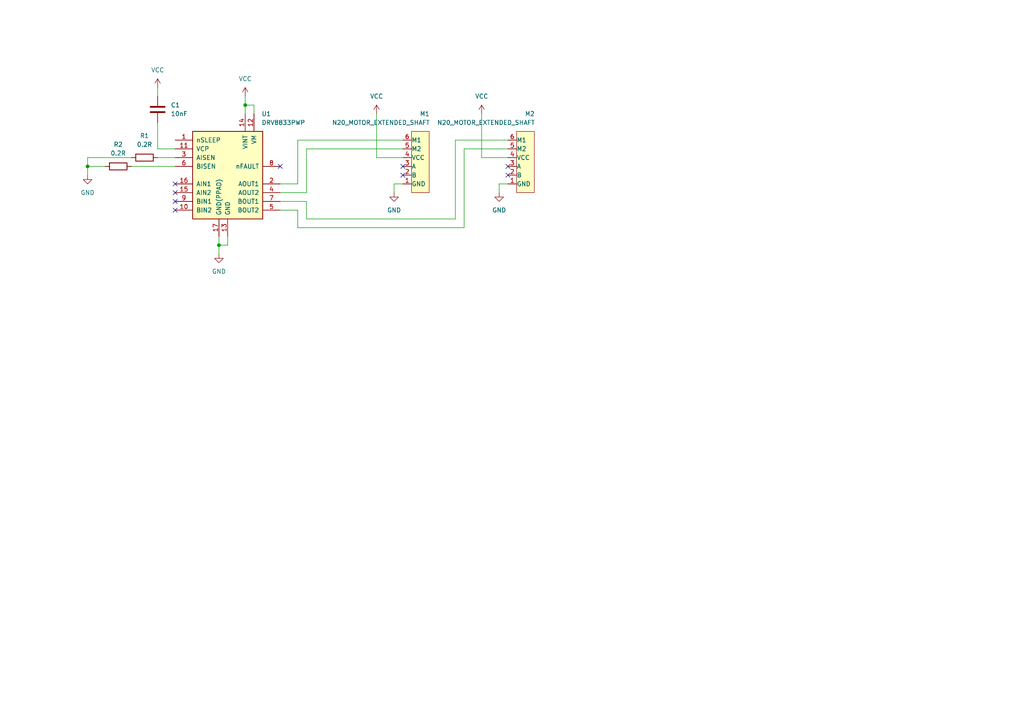
<source format=kicad_sch>
(kicad_sch (version 20230121) (generator eeschema)
  (paper "A4")
  (lib_symbols
    (symbol "Device:C" (pin_numbers hide) (pin_names (offset 0.254))
      (property "Reference" "C" (at 0.635 2.54 0))
      (property "Value" "C" (at 0.635 -2.54 0))
      (symbol "C_0_1"
        (polyline (pts (xy -2.032 -0.762) (xy 2.032 -0.762)) (stroke (width 0.508)))
        (polyline (pts (xy -2.032 0.762) (xy 2.032 0.762)) (stroke (width 0.508)))
      )
      (symbol "C_1_1"
        (pin passive line (at 0 3.81 270) (length 2.794) (name "~") (number "1"))
        (pin passive line (at 0 -3.81 90) (length 2.794) (name "~") (number "2"))
      )
    )
    (symbol "Device:R" (pin_numbers hide) (pin_names (offset 0))
      (property "Reference" "R" (at 2.032 0 90))
      (property "Value" "R" (at 0 0 90))
      (symbol "R_0_1"
        (rectangle (start -1.016 -2.54) (end 1.016 2.54) (stroke (width 0.254)))
      )
      (symbol "R_1_1"
        (pin passive line (at 0 3.81 270) (length 1.27) (name "~") (number "1"))
        (pin passive line (at 0 -3.81 90) (length 1.27) (name "~") (number "2"))
      )
    )
    (symbol "Driver_Motor:DRV8833PWP" (pin_names (offset 1.016))
      (property "Reference" "U" (at -3.81 16.51 0))
      (property "Value" "DRV8833PWP" (at -3.81 13.97 0))
      (symbol "DRV8833PWP_0_1"
        (rectangle (start -10.16 12.7) (end 10.16 -12.7) (stroke (width 0.254)) (fill (type background)))
      )
      (symbol "DRV8833PWP_1_1"
        (pin input line (at -15.24 10.16 0) (length 5.08) (name "nSLEEP") (number "1"))
        (pin input line (at -15.24 -10.16 0) (length 5.08) (name "BIN2") (number "10"))
        (pin bidirectional line (at -15.24 7.62 0) (length 5.08) (name "VCP") (number "11"))
        (pin power_in line (at 7.62 17.78 270) (length 5.08) (name "VM") (number "12"))
        (pin power_in line (at 0 -17.78 90) (length 5.08) (name "GND") (number "13"))
        (pin power_in line (at 5.08 17.78 270) (length 5.08) (name "VINT") (number "14"))
        (pin input line (at -15.24 -5.08 0) (length 5.08) (name "AIN2") (number "15"))
        (pin input line (at -15.24 -2.54 0) (length 5.08) (name "AIN1") (number "16"))
        (pin power_in line (at -2.54 -17.78 90) (length 5.08) (name "GND(PPAD)") (number "17"))
        (pin power_out line (at 15.24 -2.54 180) (length 5.08) (name "AOUT1") (number "2"))
        (pin bidirectional line (at -15.24 5.08 0) (length 5.08) (name "AISEN") (number "3"))
        (pin power_out line (at 15.24 -5.08 180) (length 5.08) (name "AOUT2") (number "4"))
        (pin power_out line (at 15.24 -10.16 180) (length 5.08) (name "BOUT2") (number "5"))
        (pin bidirectional line (at -15.24 2.54 0) (length 5.08) (name "BISEN") (number "6"))
        (pin power_out line (at 15.24 -7.62 180) (length 5.08) (name "BOUT1") (number "7"))
        (pin open_collector line (at 15.24 2.54 180) (length 5.08) (name "nFAULT") (number "8"))
        (pin input line (at -15.24 -7.62 0) (length 5.08) (name "BIN1") (number "9"))
      )
    )
    (symbol "pololu:N20_MOTOR_EXTENDED_SHAFT" (pin_names (offset 0.002))
      (property "Reference" "M" (at 2.54 -19.05 0))
      (property "Value" "N20_MOTOR_EXTENDED_SHAFT" (at 13.97 1.27 0))
      (symbol "N20_MOTOR_EXTENDED_SHAFT_0_1"
        (rectangle (start 0 0) (end 5.08 -17.78) (fill (type background)))
      )
      (symbol "N20_MOTOR_EXTENDED_SHAFT_1_1"
        (pin power_in line (at 7.62 -15.24 180) (length 2.54) (name "GND") (number "1"))
        (pin output line (at 7.62 -12.7 180) (length 2.54) (name "B") (number "2"))
        (pin output line (at 7.62 -10.16 180) (length 2.54) (name "A") (number "3"))
        (pin power_in line (at 7.62 -7.62 180) (length 2.54) (name "VCC") (number "4"))
        (pin input line (at 7.62 -5.08 180) (length 2.54) (name "M2") (number "5"))
        (pin input line (at 7.62 -2.54 180) (length 2.54) (name "M1") (number "6"))
      )
    )
    (symbol "power:GND" (power) (pin_names (offset 0))
      (property "Value" "GND" (at 0 -3.81 0))
      (symbol "GND_0_1"
        (polyline (pts (xy 0 0) (xy 0 -1.27) (xy 1.27 -1.27) (xy 0 -2.54) (xy -1.27 -1.27) (xy 0 -1.27)))
      )
      (symbol "GND_1_1"
        (pin power_in line (at 0 0 270) (length 0) hide (name "GND") (number "1"))
      )
    )
    (symbol "power:VCC" (power) (pin_names (offset 0))
      (property "Value" "VCC" (at 0 3.81 0))
      (symbol "VCC_0_1"
        (polyline (pts (xy -0.762 1.27) (xy 0 2.54)))
        (polyline (pts (xy 0 0) (xy 0 2.54)))
        (polyline (pts (xy 0 2.54) (xy 0.762 1.27)))
      )
      (symbol "VCC_1_1"
        (pin power_in line (at 0 0 90) (length 0) hide (name "VCC") (number "1"))
      )
    )
  )
  (junction (at 71.12 30.48))
  (junction (at 63.5 71.12))
  (junction (at 25.4 48.26))
  (no_connect (at 81.28 48.26))
  (no_connect (at 116.84 48.26))
  (no_connect (at 116.84 50.8))
  (no_connect (at 50.8 60.96))
  (no_connect (at 50.8 53.34))
  (no_connect (at 50.8 55.88))
  (no_connect (at 50.8 58.42))
  (no_connect (at 147.32 50.8))
  (no_connect (at 147.32 48.26))
  (wire (pts (xy 66.04 68.58) (xy 66.04 71.12)))
  (wire (pts (xy 116.84 53.34) (xy 114.3 53.34)))
  (wire (pts (xy 144.78 55.88) (xy 144.78 53.34)))
  (wire (pts (xy 38.1 45.72) (xy 25.4 45.72)))
  (wire (pts (xy 88.9 55.88) (xy 88.9 43.18)))
  (wire (pts (xy 147.32 45.72) (xy 139.7 45.72)))
  (wire (pts (xy 134.62 66.04) (xy 134.62 43.18)))
  (wire (pts (xy 147.32 53.34) (xy 144.78 53.34)))
  (wire (pts (xy 25.4 48.26) (xy 25.4 50.8)))
  (wire (pts (xy 88.9 63.5) (xy 132.08 63.5)))
  (wire (pts (xy 71.12 30.48) (xy 71.12 33.02)))
  (wire (pts (xy 88.9 43.18) (xy 116.84 43.18)))
  (wire (pts (xy 134.62 43.18) (xy 147.32 43.18)))
  (wire (pts (xy 63.5 71.12) (xy 66.04 71.12)))
  (wire (pts (xy 109.22 33.02) (xy 109.22 45.72)))
  (wire (pts (xy 81.28 55.88) (xy 88.9 55.88)))
  (wire (pts (xy 86.36 60.96) (xy 86.36 66.04)))
  (wire (pts (xy 63.5 71.12) (xy 63.5 73.66)))
  (wire (pts (xy 71.12 27.94) (xy 71.12 30.48)))
  (wire (pts (xy 114.3 55.88) (xy 114.3 53.34)))
  (wire (pts (xy 73.66 30.48) (xy 71.12 30.48)))
  (wire (pts (xy 73.66 33.02) (xy 73.66 30.48)))
  (wire (pts (xy 88.9 58.42) (xy 88.9 63.5)))
  (wire (pts (xy 45.72 43.18) (xy 50.8 43.18)))
  (wire (pts (xy 25.4 45.72) (xy 25.4 48.26)))
  (wire (pts (xy 38.1 48.26) (xy 50.8 48.26)))
  (wire (pts (xy 81.28 60.96) (xy 86.36 60.96)))
  (wire (pts (xy 86.36 40.64) (xy 86.36 53.34)))
  (wire (pts (xy 86.36 66.04) (xy 134.62 66.04)))
  (wire (pts (xy 45.72 35.56) (xy 45.72 43.18)))
  (wire (pts (xy 132.08 63.5) (xy 132.08 40.64)))
  (wire (pts (xy 116.84 45.72) (xy 109.22 45.72)))
  (wire (pts (xy 25.4 48.26) (xy 30.48 48.26)))
  (wire (pts (xy 81.28 58.42) (xy 88.9 58.42)))
  (wire (pts (xy 45.72 45.72) (xy 50.8 45.72)))
  (wire (pts (xy 45.72 25.4) (xy 45.72 27.94)))
  (wire (pts (xy 86.36 53.34) (xy 81.28 53.34)))
  (wire (pts (xy 63.5 68.58) (xy 63.5 71.12)))
  (wire (pts (xy 86.36 40.64) (xy 116.84 40.64)))
  (wire (pts (xy 132.08 40.64) (xy 147.32 40.64)))
  (wire (pts (xy 139.7 33.02) (xy 139.7 45.72)))
  (symbol (lib_id "power:VCC") (at 45.72 25.4 0) (mirror y) (unit 1)
    (property "Reference" "#PWR05" (effects hide))
    (property "Value" "VCC" (at 45.72 20.32 0))
  )
  (symbol (lib_id "Driver_Motor:DRV8833PWP") (at 66.04 50.8 0) (unit 1)
    (property "Reference" "U1" (at 75.8541 33.02 0) (effects (justify left)))
    (property "Value" "DRV8833PWP" (at 75.8541 35.56 0) (effects (justify left)))
    (property "Footprint" "Package_SO:HTSSOP-16-1EP_4.4x5mm_P0.65mm_EP3.4x5mm_Mask2.46x2.31mm_ThermalVias" (effects hide))
    (property "Datasheet" "http://www.ti.com/lit/ds/symlink/drv8833.pdf" (effects hide))
  )
  (symbol (lib_id "power:GND") (at 144.78 55.88 0) (mirror y) (unit 1)
    (property "Reference" "#PWR01" (effects hide))
    (property "Value" "GND" (at 144.78 60.96 0))
  )
  (symbol (lib_id "power:GND") (at 25.4 50.8 0) (mirror y) (unit 1)
    (property "Reference" "#PWR06" (effects hide))
    (property "Value" "GND" (at 25.4 55.88 0))
  )
  (symbol (lib_id "Device:R") (at 41.91 45.72 90) (unit 1)
    (property "Reference" "R1" (at 41.91 39.37 90))
    (property "Value" "0.2R" (at 41.91 41.91 90))
  )
  (symbol (lib_id "power:VCC") (at 71.12 27.94 0) (mirror y) (unit 1)
    (property "Reference" "#PWR04" (effects hide))
    (property "Value" "VCC" (at 71.12 22.86 0))
  )
  (symbol (lib_id "Device:C") (at 45.72 31.75 0) (unit 1)
    (property "Reference" "C1" (at 49.53 30.48 0) (effects (justify left)))
    (property "Value" "10nF" (at 49.53 33.02 0) (effects (justify left)))
  )
  (symbol (lib_id "Device:R") (at 34.29 48.26 90) (unit 1)
    (property "Reference" "R2" (at 34.29 41.91 90))
    (property "Value" "0.2R" (at 34.29 44.45 90))
  )
  (symbol (lib_id "power:GND") (at 63.5 73.66 0) (mirror y) (unit 1)
    (property "Reference" "#PWR03" (effects hide))
    (property "Value" "GND" (at 63.5 78.74 0))
  )
  (symbol (lib_id "power:VCC") (at 109.22 33.02 0) (mirror y) (unit 1)
    (property "Reference" "#PWR0101" (effects hide))
    (property "Value" "VCC" (at 109.22 27.94 0))
  )
  (symbol (lib_id "power:VCC") (at 139.7 33.02 0) (mirror y) (unit 1)
    (property "Reference" "#PWR02" (effects hide))
    (property "Value" "VCC" (at 139.7 27.94 0))
  )
  (symbol (lib_id "power:GND") (at 114.3 55.88 0) (mirror y) (unit 1)
    (property "Reference" "#PWR0102" (effects hide))
    (property "Value" "GND" (at 114.3 60.96 0))
  )
  (symbol (lib_id "pololu:N20_MOTOR_EXTENDED_SHAFT") (at 154.94 38.1 0) (mirror y) (unit 1)
    (property "Reference" "M2" (at 153.67 33.02 0))
    (property "Value" "N20_MOTOR_EXTENDED_SHAFT" (at 140.97 35.56 0))
    (property "Footprint" "pololu:N20_EXTENDED_SHAFT" (effects hide))
  )
  (symbol (lib_id "pololu:N20_MOTOR_EXTENDED_SHAFT") (at 124.46 38.1 0) (mirror y) (unit 1)
    (property "Reference" "M1" (at 123.19 33.02 0))
    (property "Value" "N20_MOTOR_EXTENDED_SHAFT" (at 110.49 35.56 0))
    (property "Footprint" "pololu:N20_EXTENDED_SHAFT" (effects hide))
  )
)
</source>
